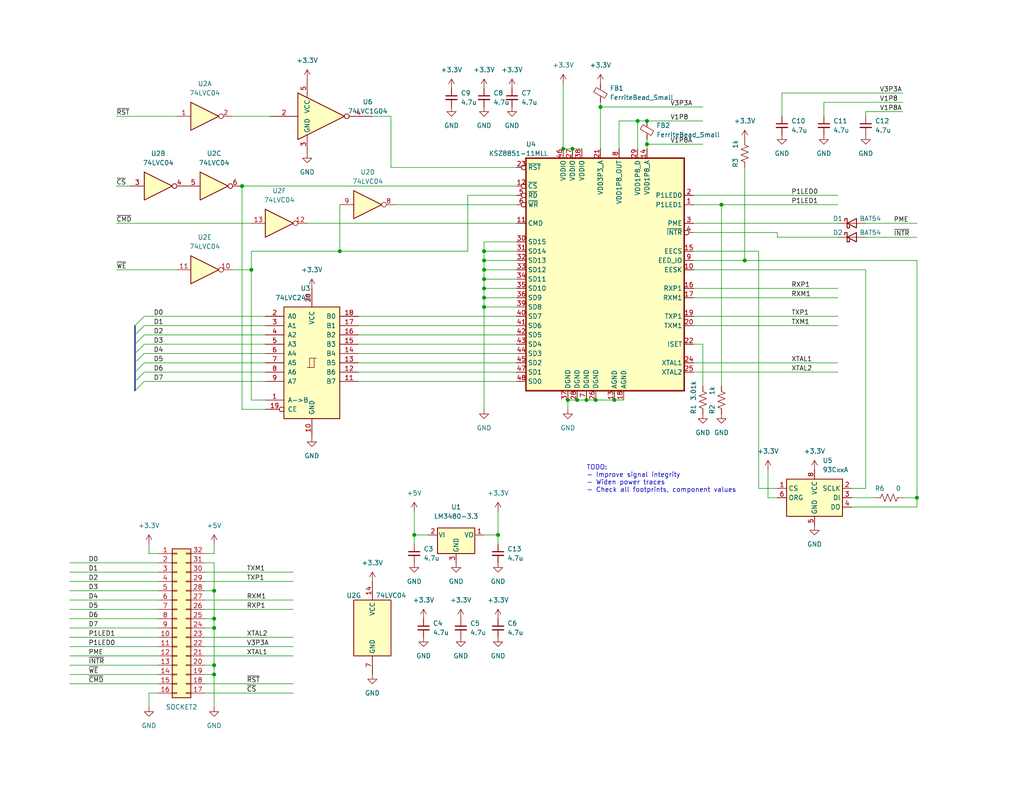
<source format=kicad_sch>
(kicad_sch (version 20230121) (generator eeschema)
  (paper "A")
  (title_block (title "A1 Codec Board"))
  (lib_symbols
    (symbol "+3.3V_1" (power) (pin_names (offset 0))
      (property "Value" "+3.3V_1" (at 0 3.556 0))
      (symbol "+3.3V_1_0_1"
        (polyline (pts (xy -0.762 1.27) (xy 0 2.54)))
        (polyline (pts (xy 0 0) (xy 0 2.54)))
        (polyline (pts (xy 0 2.54) (xy 0.762 1.27)))
      )
      (symbol "+3.3V_1_1_1"
        (pin power_in line (at 0 0 90) (length 0) hide (name "+3.3V") (number "1"))
      )
    )
    (symbol "74xGxx:74LVC1G04"
      (property "Reference" "U" (at 0 7.62 0))
      (property "Value" "74LVC1G04" (at 5.08 -7.62 0))
      (symbol "74LVC1G04_0_1"
        (polyline (pts (xy -7.62 6.35) (xy -7.62 -6.35) (xy 5.08 0) (xy -7.62 6.35)) (stroke (width 0.254)) (fill (type background)))
      )
      (symbol "74LVC1G04_1_1"
        (pin input line (at -15.24 0 0) (length 7.62) (name "~") (number "2"))
        (pin power_in line (at -5.08 -10.16 90) (length 5.08) (name "GND") (number "3"))
        (pin output inverted (at 12.7 0 180) (length 7.62) (name "~") (number "4"))
        (pin power_in line (at -5.08 10.16 270) (length 5.08) (name "VCC") (number "5"))
      )
    )
    (symbol "74xx:74LS04"
      (property "Reference" "U" (at 0 1.27 0))
      (property "Value" "74LS04" (at 0 -1.27 0))
      (symbol "74LS04_1_0"
        (polyline (pts (xy -3.81 3.81) (xy -3.81 -3.81) (xy 3.81 0) (xy -3.81 3.81)) (stroke (width 0.254)) (fill (type background)))
        (pin input line (at -7.62 0 0) (length 3.81) (name "~") (number "1"))
        (pin output inverted (at 7.62 0 180) (length 3.81) (name "~") (number "2"))
      )
      (symbol "74LS04_2_0"
        (polyline (pts (xy -3.81 3.81) (xy -3.81 -3.81) (xy 3.81 0) (xy -3.81 3.81)) (stroke (width 0.254)) (fill (type background)))
        (pin input line (at -7.62 0 0) (length 3.81) (name "~") (number "3"))
        (pin output inverted (at 7.62 0 180) (length 3.81) (name "~") (number "4"))
      )
      (symbol "74LS04_3_0"
        (polyline (pts (xy -3.81 3.81) (xy -3.81 -3.81) (xy 3.81 0) (xy -3.81 3.81)) (stroke (width 0.254)) (fill (type background)))
        (pin input line (at -7.62 0 0) (length 3.81) (name "~") (number "5"))
        (pin output inverted (at 7.62 0 180) (length 3.81) (name "~") (number "6"))
      )
      (symbol "74LS04_4_0"
        (polyline (pts (xy -3.81 3.81) (xy -3.81 -3.81) (xy 3.81 0) (xy -3.81 3.81)) (stroke (width 0.254)) (fill (type background)))
        (pin output inverted (at 7.62 0 180) (length 3.81) (name "~") (number "8"))
        (pin input line (at -7.62 0 0) (length 3.81) (name "~") (number "9"))
      )
      (symbol "74LS04_5_0"
        (polyline (pts (xy -3.81 3.81) (xy -3.81 -3.81) (xy 3.81 0) (xy -3.81 3.81)) (stroke (width 0.254)) (fill (type background)))
        (pin output inverted (at 7.62 0 180) (length 3.81) (name "~") (number "10"))
        (pin input line (at -7.62 0 0) (length 3.81) (name "~") (number "11"))
      )
      (symbol "74LS04_6_0"
        (polyline (pts (xy -3.81 3.81) (xy -3.81 -3.81) (xy 3.81 0) (xy -3.81 3.81)) (stroke (width 0.254)) (fill (type background)))
        (pin output inverted (at 7.62 0 180) (length 3.81) (name "~") (number "12"))
        (pin input line (at -7.62 0 0) (length 3.81) (name "~") (number "13"))
      )
      (symbol "74LS04_7_0"
        (pin power_in line (at 0 12.7 270) (length 5.08) (name "VCC") (number "14"))
        (pin power_in line (at 0 -12.7 90) (length 5.08) (name "GND") (number "7"))
      )
      (symbol "74LS04_7_1"
        (rectangle (start -5.08 7.62) (end 5.08 -7.62) (stroke (width 0.254)) (fill (type background)))
      )
    )
    (symbol "74xx:74LS245" (pin_names (offset 1.016))
      (property "Reference" "U" (at -7.62 16.51 0))
      (property "Value" "74LS245" (at -7.62 -16.51 0))
      (symbol "74LS245_1_0"
        (polyline (pts (xy -0.635 -1.27) (xy -0.635 1.27) (xy 0.635 1.27)))
        (polyline (pts (xy -1.27 -1.27) (xy 0.635 -1.27) (xy 0.635 1.27) (xy 1.27 1.27)))
        (pin input line (at -12.7 -10.16 0) (length 5.08) (name "A->B") (number "1"))
        (pin power_in line (at 0 -20.32 90) (length 5.08) (name "GND") (number "10"))
        (pin tri_state line (at 12.7 -5.08 180) (length 5.08) (name "B7") (number "11"))
        (pin tri_state line (at 12.7 -2.54 180) (length 5.08) (name "B6") (number "12"))
        (pin tri_state line (at 12.7 0 180) (length 5.08) (name "B5") (number "13"))
        (pin tri_state line (at 12.7 2.54 180) (length 5.08) (name "B4") (number "14"))
        (pin tri_state line (at 12.7 5.08 180) (length 5.08) (name "B3") (number "15"))
        (pin tri_state line (at 12.7 7.62 180) (length 5.08) (name "B2") (number "16"))
        (pin tri_state line (at 12.7 10.16 180) (length 5.08) (name "B1") (number "17"))
        (pin tri_state line (at 12.7 12.7 180) (length 5.08) (name "B0") (number "18"))
        (pin input inverted (at -12.7 -12.7 0) (length 5.08) (name "CE") (number "19"))
        (pin tri_state line (at -12.7 12.7 0) (length 5.08) (name "A0") (number "2"))
        (pin power_in line (at 0 20.32 270) (length 5.08) (name "VCC") (number "20"))
        (pin tri_state line (at -12.7 10.16 0) (length 5.08) (name "A1") (number "3"))
        (pin tri_state line (at -12.7 7.62 0) (length 5.08) (name "A2") (number "4"))
        (pin tri_state line (at -12.7 5.08 0) (length 5.08) (name "A3") (number "5"))
        (pin tri_state line (at -12.7 2.54 0) (length 5.08) (name "A4") (number "6"))
        (pin tri_state line (at -12.7 0 0) (length 5.08) (name "A5") (number "7"))
        (pin tri_state line (at -12.7 -2.54 0) (length 5.08) (name "A6") (number "8"))
        (pin tri_state line (at -12.7 -5.08 0) (length 5.08) (name "A7") (number "9"))
      )
      (symbol "74LS245_1_1"
        (rectangle (start -7.62 15.24) (end 7.62 -15.24) (stroke (width 0.254)) (fill (type background)))
      )
    )
    (symbol "Connector_Generic:Conn_02x16_Counter_Clockwise" (pin_names (offset 1.016) hide)
      (property "Reference" "J" (at 1.27 20.32 0))
      (property "Value" "Conn_02x16_Counter_Clockwise" (at 1.27 -22.86 0))
      (symbol "Conn_02x16_Counter_Clockwise_1_1"
        (rectangle (start -1.27 -20.193) (end 0 -20.447) (stroke (width 0.1524)))
        (rectangle (start -1.27 -17.653) (end 0 -17.907) (stroke (width 0.1524)))
        (rectangle (start -1.27 -15.113) (end 0 -15.367) (stroke (width 0.1524)))
        (rectangle (start -1.27 -12.573) (end 0 -12.827) (stroke (width 0.1524)))
        (rectangle (start -1.27 -10.033) (end 0 -10.287) (stroke (width 0.1524)))
        (rectangle (start -1.27 -7.493) (end 0 -7.747) (stroke (width 0.1524)))
        (rectangle (start -1.27 -4.953) (end 0 -5.207) (stroke (width 0.1524)))
        (rectangle (start -1.27 -2.413) (end 0 -2.667) (stroke (width 0.1524)))
        (rectangle (start -1.27 0.127) (end 0 -0.127) (stroke (width 0.1524)))
        (rectangle (start -1.27 2.667) (end 0 2.413) (stroke (width 0.1524)))
        (rectangle (start -1.27 5.207) (end 0 4.953) (stroke (width 0.1524)))
        (rectangle (start -1.27 7.747) (end 0 7.493) (stroke (width 0.1524)))
        (rectangle (start -1.27 10.287) (end 0 10.033) (stroke (width 0.1524)))
        (rectangle (start -1.27 12.827) (end 0 12.573) (stroke (width 0.1524)))
        (rectangle (start -1.27 15.367) (end 0 15.113) (stroke (width 0.1524)))
        (rectangle (start -1.27 17.907) (end 0 17.653) (stroke (width 0.1524)))
        (rectangle (start -1.27 19.05) (end 3.81 -21.59) (stroke (width 0.254)) (fill (type background)))
        (rectangle (start 3.81 -20.193) (end 2.54 -20.447) (stroke (width 0.1524)))
        (rectangle (start 3.81 -17.653) (end 2.54 -17.907) (stroke (width 0.1524)))
        (rectangle (start 3.81 -15.113) (end 2.54 -15.367) (stroke (width 0.1524)))
        (rectangle (start 3.81 -12.573) (end 2.54 -12.827) (stroke (width 0.1524)))
        (rectangle (start 3.81 -10.033) (end 2.54 -10.287) (stroke (width 0.1524)))
        (rectangle (start 3.81 -7.493) (end 2.54 -7.747) (stroke (width 0.1524)))
        (rectangle (start 3.81 -4.953) (end 2.54 -5.207) (stroke (width 0.1524)))
        (rectangle (start 3.81 -2.413) (end 2.54 -2.667) (stroke (width 0.1524)))
        (rectangle (start 3.81 0.127) (end 2.54 -0.127) (stroke (width 0.1524)))
        (rectangle (start 3.81 2.667) (end 2.54 2.413) (stroke (width 0.1524)))
        (rectangle (start 3.81 5.207) (end 2.54 4.953) (stroke (width 0.1524)))
        (rectangle (start 3.81 7.747) (end 2.54 7.493) (stroke (width 0.1524)))
        (rectangle (start 3.81 10.287) (end 2.54 10.033) (stroke (width 0.1524)))
        (rectangle (start 3.81 12.827) (end 2.54 12.573) (stroke (width 0.1524)))
        (rectangle (start 3.81 15.367) (end 2.54 15.113) (stroke (width 0.1524)))
        (rectangle (start 3.81 17.907) (end 2.54 17.653) (stroke (width 0.1524)))
        (pin passive line (at -5.08 17.78 0) (length 3.81) (name "Pin_1") (number "1"))
        (pin passive line (at -5.08 -5.08 0) (length 3.81) (name "Pin_10") (number "10"))
        (pin passive line (at -5.08 -7.62 0) (length 3.81) (name "Pin_11") (number "11"))
        (pin passive line (at -5.08 -10.16 0) (length 3.81) (name "Pin_12") (number "12"))
        (pin passive line (at -5.08 -12.7 0) (length 3.81) (name "Pin_13") (number "13"))
        (pin passive line (at -5.08 -15.24 0) (length 3.81) (name "Pin_14") (number "14"))
        (pin passive line (at -5.08 -17.78 0) (length 3.81) (name "Pin_15") (number "15"))
        (pin passive line (at -5.08 -20.32 0) (length 3.81) (name "Pin_16") (number "16"))
        (pin passive line (at 7.62 -20.32 180) (length 3.81) (name "Pin_17") (number "17"))
        (pin passive line (at 7.62 -17.78 180) (length 3.81) (name "Pin_18") (number "18"))
        (pin passive line (at 7.62 -15.24 180) (length 3.81) (name "Pin_19") (number "19"))
        (pin passive line (at -5.08 15.24 0) (length 3.81) (name "Pin_2") (number "2"))
        (pin passive line (at 7.62 -12.7 180) (length 3.81) (name "Pin_20") (number "20"))
        (pin passive line (at 7.62 -10.16 180) (length 3.81) (name "Pin_21") (number "21"))
        (pin passive line (at 7.62 -7.62 180) (length 3.81) (name "Pin_22") (number "22"))
        (pin passive line (at 7.62 -5.08 180) (length 3.81) (name "Pin_23") (number "23"))
        (pin passive line (at 7.62 -2.54 180) (length 3.81) (name "Pin_24") (number "24"))
        (pin passive line (at 7.62 0 180) (length 3.81) (name "Pin_25") (number "25"))
        (pin passive line (at 7.62 2.54 180) (length 3.81) (name "Pin_26") (number "26"))
        (pin passive line (at 7.62 5.08 180) (length 3.81) (name "Pin_27") (number "27"))
        (pin passive line (at 7.62 7.62 180) (length 3.81) (name "Pin_28") (number "28"))
        (pin passive line (at 7.62 10.16 180) (length 3.81) (name "Pin_29") (number "29"))
        (pin passive line (at -5.08 12.7 0) (length 3.81) (name "Pin_3") (number "3"))
        (pin passive line (at 7.62 12.7 180) (length 3.81) (name "Pin_30") (number "30"))
        (pin passive line (at 7.62 15.24 180) (length 3.81) (name "Pin_31") (number "31"))
        (pin passive line (at 7.62 17.78 180) (length 3.81) (name "Pin_32") (number "32"))
        (pin passive line (at -5.08 10.16 0) (length 3.81) (name "Pin_4") (number "4"))
        (pin passive line (at -5.08 7.62 0) (length 3.81) (name "Pin_5") (number "5"))
        (pin passive line (at -5.08 5.08 0) (length 3.81) (name "Pin_6") (number "6"))
        (pin passive line (at -5.08 2.54 0) (length 3.81) (name "Pin_7") (number "7"))
        (pin passive line (at -5.08 0 0) (length 3.81) (name "Pin_8") (number "8"))
        (pin passive line (at -5.08 -2.54 0) (length 3.81) (name "Pin_9") (number "9"))
      )
    )
    (symbol "Device:C_Small" (pin_numbers hide) (pin_names (offset 0.254) hide)
      (property "Reference" "C" (at 0.254 1.778 0))
      (property "Value" "C_Small" (at 0.254 -2.032 0))
      (symbol "C_Small_0_1"
        (polyline (pts (xy -1.524 -0.508) (xy 1.524 -0.508)) (stroke (width 0.3302)))
        (polyline (pts (xy -1.524 0.508) (xy 1.524 0.508)) (stroke (width 0.3048)))
      )
      (symbol "C_Small_1_1"
        (pin passive line (at 0 2.54 270) (length 2.032) (name "~") (number "1"))
        (pin passive line (at 0 -2.54 90) (length 2.032) (name "~") (number "2"))
      )
    )
    (symbol "Device:FerriteBead_Small" (pin_numbers hide) (pin_names (offset 0))
      (property "Reference" "FB" (at 1.905 1.27 0))
      (property "Value" "FerriteBead_Small" (at 1.905 -1.27 0))
      (symbol "FerriteBead_Small_0_1"
        (polyline (pts (xy 0 -1.27) (xy 0 -0.7874)))
        (polyline (pts (xy 0 0.889) (xy 0 1.2954)))
        (polyline (pts (xy -1.8288 0.2794) (xy -1.1176 1.4986) (xy 1.8288 -0.2032) (xy 1.1176 -1.4224) (xy -1.8288 0.2794)))
      )
      (symbol "FerriteBead_Small_1_1"
        (pin passive line (at 0 2.54 270) (length 1.27) (name "~") (number "1"))
        (pin passive line (at 0 -2.54 90) (length 1.27) (name "~") (number "2"))
      )
    )
    (symbol "Device:R_US" (pin_numbers hide) (pin_names (offset 0))
      (property "Reference" "R" (at 2.54 0 90))
      (property "Value" "R_US" (at -2.54 0 90))
      (symbol "R_US_0_1"
        (polyline (pts (xy 0 -2.286) (xy 0 -2.54)))
        (polyline (pts (xy 0 2.286) (xy 0 2.54)))
        (polyline (pts (xy 0 -0.762) (xy 1.016 -1.143) (xy 0 -1.524) (xy -1.016 -1.905) (xy 0 -2.286)))
        (polyline (pts (xy 0 0.762) (xy 1.016 0.381) (xy 0 0) (xy -1.016 -0.381) (xy 0 -0.762)))
        (polyline (pts (xy 0 2.286) (xy 1.016 1.905) (xy 0 1.524) (xy -1.016 1.143) (xy 0 0.762)))
      )
      (symbol "R_US_1_1"
        (pin passive line (at 0 3.81 270) (length 1.27) (name "~") (number "1"))
        (pin passive line (at 0 -3.81 90) (length 1.27) (name "~") (number "2"))
      )
    )
    (symbol "Memory_EEPROM:93CxxC"
      (property "Reference" "U" (at -7.62 6.35 0))
      (property "Value" "93CxxC" (at 2.54 -6.35 0))
      (symbol "93CxxC_1_1"
        (rectangle (start -7.62 5.08) (end 7.62 -5.08) (stroke (width 0.254)) (fill (type background)))
        (pin input line (at -10.16 2.54 0) (length 2.54) (name "CS") (number "1"))
        (pin input line (at 10.16 2.54 180) (length 2.54) (name "SCLK") (number "2"))
        (pin input line (at 10.16 0 180) (length 2.54) (name "DI") (number "3"))
        (pin tri_state line (at 10.16 -2.54 180) (length 2.54) (name "DO") (number "4"))
        (pin power_in line (at 0 -7.62 90) (length 2.54) (name "GND") (number "5"))
        (pin input line (at -10.16 0 0) (length 2.54) (name "ORG") (number "6"))
        (pin no_connect line (at -7.62 -2.54 0) (length 2.54) hide (name "NC") (number "7"))
        (pin power_in line (at 0 7.62 270) (length 2.54) (name "VCC") (number "8"))
      )
    )
    (symbol "Regulator_Linear:LM3480-3.3" (pin_names (offset 0.254))
      (property "Reference" "U" (at -3.81 3.175 0))
      (property "Value" "LM3480-3.3" (at 0 3.175 0))
      (symbol "LM3480-3.3_0_1"
        (rectangle (start -5.08 1.905) (end 5.08 -5.08) (stroke (width 0.254)) (fill (type background)))
      )
      (symbol "LM3480-3.3_1_1"
        (pin power_out line (at 7.62 0 180) (length 2.54) (name "VO") (number "1"))
        (pin power_in line (at -7.62 0 0) (length 2.54) (name "VI") (number "2"))
        (pin power_in line (at 0 -7.62 90) (length 2.54) (name "GND") (number "3"))
      )
    )
    (symbol "anachron:BAT54" (pin_numbers hide) (pin_names hide)
      (property "Reference" "D" (at 0 2.54 0))
      (property "Value" "BAT54" (at 0 -2.54 0))
      (symbol "BAT54_0_1"
        (polyline (pts (xy 1.27 0) (xy -1.27 0)))
        (polyline (pts (xy 1.27 1.27) (xy 1.27 -1.27) (xy -1.27 0) (xy 1.27 1.27)) (stroke (width 0.254)))
        (polyline (pts (xy -1.905 0.635) (xy -1.905 1.27) (xy -1.27 1.27) (xy -1.27 -1.27) (xy -0.635 -1.27) (xy -0.635 -0.635)) (stroke (width 0.254)))
      )
      (symbol "BAT54_1_1"
        (pin passive line (at 3.81 0 180) (length 2.54) (name "A") (number "1"))
        (pin passive line (at -3.81 0 0) (length 2.54) (name "K") (number "3"))
      )
    )
    (symbol "anachron:KSZ8851-16MLL"
      (property "Reference" "U" (at -11.43 21.59 0))
      (property "Value" "KSZ8851-11MLL" (at -12.7 19.05 0))
      (symbol "KSZ8851-16MLL_0_0"
        (rectangle (start -11.43 17.78) (end 31.75 -45.72) (stroke (width 0.41)) (fill (type background)))
        (pin bidirectional line (at 34.29 5.08 180) (length 2.54) (name "P1LED1") (number "1"))
        (pin output line (at 34.29 -12.7 180) (length 2.54) (name "EESK") (number "10"))
        (pin input line (at -13.97 0 0) (length 2.54) (name "CMD") (number "11"))
        (pin input inverted (at -13.97 10.16 0) (length 2.54) (name "~{CS}") (number "12"))
        (pin power_in line (at 12.7 -48.26 90) (length 2.54) (name "AGND") (number "13"))
        (pin power_in line (at 21.59 20.32 270) (length 2.54) (name "VDD1P8_A") (number "14"))
        (pin output line (at 34.29 -7.62 180) (length 2.54) (name "EECS") (number "15"))
        (pin bidirectional line (at 34.29 -17.78 180) (length 2.54) (name "RXP1") (number "16"))
        (pin bidirectional line (at 34.29 -20.32 180) (length 2.54) (name "RXM1") (number "17"))
        (pin power_in line (at 15.24 -48.26 90) (length 2.54) (name "AGND") (number "18"))
        (pin bidirectional line (at 34.29 -25.4 180) (length 2.54) (name "TXP1") (number "19"))
        (pin output line (at 34.29 7.62 180) (length 2.54) (name "P1LED0") (number "2"))
        (pin bidirectional line (at 34.29 -27.94 180) (length 2.54) (name "TXM1") (number "20"))
        (pin power_out line (at 8.89 20.32 270) (length 2.54) (name "VDD3P3_A") (number "21"))
        (pin passive line (at 34.29 -33.02 180) (length 2.54) (name "ISET") (number "22"))
        (pin input inverted (at -13.97 15.24 0) (length 2.54) (name "~{RST}") (number "23"))
        (pin input line (at 34.29 -38.1 180) (length 2.54) (name "XTAL1") (number "24"))
        (pin output line (at 34.29 -40.64 180) (length 2.54) (name "XTAL2") (number "25"))
        (pin power_in line (at 7.62 -48.26 90) (length 2.54) (name "DGND") (number "26"))
        (pin open_collector line (at 1.27 20.32 270) (length 2.54) (name "VDDIO") (number "27"))
        (pin power_in line (at 2.54 -48.26 90) (length 2.54) (name "DGND") (number "28"))
        (pin power_in line (at 19.05 20.32 270) (length 2.54) (name "VDD1P8_D") (number "29"))
        (pin output line (at 34.29 0 180) (length 2.54) (name "PME") (number "3"))
        (pin bidirectional line (at -13.97 -5.08 0) (length 2.54) (name "SD15") (number "30"))
        (pin bidirectional line (at -13.97 -7.62 0) (length 2.54) (name "SD14") (number "31"))
        (pin bidirectional line (at -13.97 -10.16 0) (length 2.54) (name "SD13") (number "32"))
        (pin bidirectional line (at -13.97 -12.7 0) (length 2.54) (name "SD12") (number "33"))
        (pin bidirectional line (at -13.97 -15.24 0) (length 2.54) (name "SD11") (number "34"))
        (pin bidirectional line (at -13.97 -17.78 0) (length 2.54) (name "SD10") (number "35"))
        (pin bidirectional line (at -13.97 -20.32 0) (length 2.54) (name "SD9") (number "36"))
        (pin power_in line (at 0 -48.26 90) (length 2.54) (name "DGND") (number "37"))
        (pin power_in line (at 3.81 20.32 270) (length 2.54) (name "VDDIO") (number "38"))
        (pin bidirectional line (at -13.97 -22.86 0) (length 2.54) (name "SD8") (number "39"))
        (pin output inverted (at 34.29 -2.54 180) (length 2.54) (name "~{INTR}") (number "4"))
        (pin bidirectional line (at -13.97 -25.4 0) (length 2.54) (name "SD7") (number "40"))
        (pin bidirectional line (at -13.97 -27.94 0) (length 2.54) (name "SD6") (number "41"))
        (pin bidirectional line (at -13.97 -30.48 0) (length 2.54) (name "SD5") (number "42"))
        (pin bidirectional line (at -13.97 -33.02 0) (length 2.54) (name "SD4") (number "43"))
        (pin bidirectional line (at -13.97 -35.56 0) (length 2.54) (name "SD3") (number "44"))
        (pin bidirectional line (at -13.97 -38.1 0) (length 2.54) (name "SD2") (number "45"))
        (pin power_in line (at -1.27 20.32 270) (length 2.54) (name "VDDIO") (number "46"))
        (pin bidirectional line (at -13.97 -40.64 0) (length 2.54) (name "SD1") (number "47"))
        (pin bidirectional line (at -13.97 -43.18 0) (length 2.54) (name "SD0") (number "48"))
        (pin input inverted (at -13.97 7.62 0) (length 2.54) (name "~{RD}") (number "5"))
        (pin input inverted (at -13.97 5.08 0) (length 2.54) (name "~{WR}") (number "6"))
        (pin power_in line (at 5.08 -48.26 90) (length 2.54) (name "DGND") (number "7"))
        (pin power_out line (at 13.97 20.32 270) (length 2.54) (name "VDD1P8_OUT") (number "8"))
        (pin bidirectional line (at 34.29 -10.16 180) (length 2.54) (name "EED_IO") (number "9"))
      )
    )
    (symbol "power:+5V" (power) (pin_names (offset 0))
      (property "Value" "+5V" (at 0 3.556 0))
      (symbol "+5V_0_1"
        (polyline (pts (xy -0.762 1.27) (xy 0 2.54)))
        (polyline (pts (xy 0 0) (xy 0 2.54)))
        (polyline (pts (xy 0 2.54) (xy 0.762 1.27)))
      )
      (symbol "+5V_1_1"
        (pin power_in line (at 0 0 90) (length 0) hide (name "+5V") (number "1"))
      )
    )
    (symbol "power:GND" (power) (pin_names (offset 0))
      (property "Value" "GND" (at 0 -3.81 0))
      (symbol "GND_0_1"
        (polyline (pts (xy 0 0) (xy 0 -1.27) (xy 1.27 -1.27) (xy 0 -2.54) (xy -1.27 -1.27) (xy 0 -1.27)))
      )
      (symbol "GND_1_1"
        (pin power_in line (at 0 0 270) (length 0) hide (name "GND") (number "1"))
      )
    )
  )
  (junction (at 176.53 39.37))
  (junction (at 153.67 40.64))
  (junction (at 58.42 181.61))
  (junction (at 132.08 71.12))
  (junction (at 58.42 184.15))
  (junction (at 156.21 40.64))
  (junction (at 132.08 78.74))
  (junction (at 162.56 109.22))
  (junction (at 176.53 33.02))
  (junction (at 132.08 83.82))
  (junction (at 92.71 68.58))
  (junction (at 58.42 161.29))
  (junction (at 113.03 146.05))
  (junction (at 132.08 81.28))
  (junction (at 58.42 168.91))
  (junction (at 196.85 55.88))
  (junction (at 167.64 109.22))
  (junction (at 58.42 171.45))
  (junction (at 250.19 135.89))
  (junction (at 157.48 109.22))
  (junction (at 135.89 146.05))
  (junction (at 132.08 68.58))
  (junction (at 66.04 50.8))
  (junction (at 160.02 109.22))
  (junction (at 154.94 109.22))
  (junction (at 132.08 76.2))
  (junction (at 68.58 73.66))
  (junction (at 163.83 29.21))
  (junction (at 132.08 73.66))
  (junction (at 203.2 71.12))
  (junction (at 173.99 33.02))
  (bus_entry (at 36.83 101.6) (size 2.54 -2.54))
  (bus_entry (at 36.83 96.52) (size 2.54 -2.54))
  (bus_entry (at 36.83 88.9) (size 2.54 -2.54))
  (bus_entry (at 36.83 91.44) (size 2.54 -2.54))
  (bus_entry (at 36.83 106.68) (size 2.54 -2.54))
  (bus_entry (at 36.83 99.06) (size 2.54 -2.54))
  (bus_entry (at 36.83 93.98) (size 2.54 -2.54))
  (bus_entry (at 36.83 104.14) (size 2.54 -2.54))
  (wire (pts (xy 132.08 83.82) (xy 140.97 83.82)))
  (wire (pts (xy 167.64 109.22) (xy 170.18 109.22)))
  (wire (pts (xy 31.75 31.75) (xy 48.26 31.75)))
  (wire (pts (xy 250.19 135.89) (xy 250.19 71.12)))
  (wire (pts (xy 173.99 33.02) (xy 176.53 33.02)))
  (wire (pts (xy 43.18 176.53) (xy 19.05 176.53)))
  (wire (pts (xy 97.79 101.6) (xy 140.97 101.6)))
  (wire (pts (xy 55.88 161.29) (xy 58.42 161.29)))
  (wire (pts (xy 39.37 93.98) (xy 72.39 93.98)))
  (wire (pts (xy 43.18 186.69) (xy 19.05 186.69)))
  (wire (pts (xy 97.79 93.98) (xy 140.97 93.98)))
  (wire (pts (xy 40.64 151.13) (xy 43.18 151.13)))
  (bus (pts (xy 36.83 91.44) (xy 36.83 93.98)))
  (wire (pts (xy 31.75 73.66) (xy 48.26 73.66)))
  (wire (pts (xy 236.22 60.96) (xy 250.19 60.96)))
  (wire (pts (xy 19.05 173.99) (xy 43.18 173.99)))
  (wire (pts (xy 173.99 33.02) (xy 173.99 40.64)))
  (wire (pts (xy 213.36 31.75) (xy 213.36 25.4)))
  (bus (pts (xy 36.83 88.9) (xy 36.83 91.44)))
  (wire (pts (xy 39.37 104.14) (xy 72.39 104.14)))
  (wire (pts (xy 132.08 68.58) (xy 132.08 71.12)))
  (wire (pts (xy 135.89 146.05) (xy 135.89 148.59)))
  (wire (pts (xy 43.18 153.67) (xy 19.05 153.67)))
  (wire (pts (xy 250.19 71.12) (xy 203.2 71.12)))
  (wire (pts (xy 80.01 158.75) (xy 55.88 158.75)))
  (wire (pts (xy 212.09 64.77) (xy 212.09 63.5)))
  (bus (pts (xy 36.83 104.14) (xy 36.83 106.68)))
  (wire (pts (xy 127.635 68.58) (xy 127.635 53.34)))
  (wire (pts (xy 97.79 99.06) (xy 140.97 99.06)))
  (wire (pts (xy 66.04 111.76) (xy 66.04 50.8)))
  (wire (pts (xy 153.67 22.86) (xy 153.67 40.64)))
  (wire (pts (xy 246.38 135.89) (xy 250.19 135.89)))
  (wire (pts (xy 63.5 73.66) (xy 68.58 73.66)))
  (wire (pts (xy 116.84 146.05) (xy 113.03 146.05)))
  (wire (pts (xy 58.42 161.29) (xy 58.42 168.91)))
  (wire (pts (xy 236.22 73.66) (xy 236.22 133.35)))
  (wire (pts (xy 58.42 184.15) (xy 58.42 193.04)))
  (wire (pts (xy 163.83 29.21) (xy 163.83 40.64)))
  (wire (pts (xy 40.64 189.23) (xy 40.64 193.04)))
  (wire (pts (xy 132.08 76.2) (xy 132.08 78.74)))
  (wire (pts (xy 250.19 138.43) (xy 250.19 135.89)))
  (bus (pts (xy 36.83 99.06) (xy 36.83 101.6)))
  (wire (pts (xy 132.08 66.04) (xy 132.08 68.58)))
  (wire (pts (xy 209.55 128.27) (xy 209.55 135.89)))
  (wire (pts (xy 168.91 33.02) (xy 173.99 33.02)))
  (wire (pts (xy 68.58 68.58) (xy 68.58 73.66)))
  (wire (pts (xy 189.23 99.06) (xy 228.6 99.06)))
  (wire (pts (xy 39.37 88.9) (xy 72.39 88.9)))
  (wire (pts (xy 207.01 133.35) (xy 212.09 133.35)))
  (wire (pts (xy 72.39 109.22) (xy 68.58 109.22)))
  (wire (pts (xy 132.08 146.05) (xy 135.89 146.05)))
  (wire (pts (xy 97.79 91.44) (xy 140.97 91.44)))
  (wire (pts (xy 228.6 55.88) (xy 196.85 55.88)))
  (wire (pts (xy 113.03 139.7) (xy 113.03 146.05)))
  (wire (pts (xy 135.89 139.7) (xy 135.89 146.05)))
  (wire (pts (xy 236.22 31.75) (xy 236.22 30.48)))
  (wire (pts (xy 58.42 148.59) (xy 58.42 151.13)))
  (wire (pts (xy 132.08 71.12) (xy 140.97 71.12)))
  (wire (pts (xy 132.08 81.28) (xy 140.97 81.28)))
  (wire (pts (xy 212.09 63.5) (xy 189.23 63.5)))
  (wire (pts (xy 39.37 91.44) (xy 72.39 91.44)))
  (wire (pts (xy 176.53 39.37) (xy 176.53 40.64)))
  (wire (pts (xy 66.04 50.8) (xy 140.97 50.8)))
  (bus (pts (xy 36.83 101.6) (xy 36.83 104.14)))
  (wire (pts (xy 58.42 153.67) (xy 58.42 161.29)))
  (wire (pts (xy 154.94 109.22) (xy 157.48 109.22)))
  (wire (pts (xy 176.53 33.02) (xy 191.77 33.02)))
  (wire (pts (xy 72.39 111.76) (xy 66.04 111.76)))
  (wire (pts (xy 189.23 53.34) (xy 228.6 53.34)))
  (wire (pts (xy 189.23 60.96) (xy 228.6 60.96)))
  (wire (pts (xy 68.58 109.22) (xy 68.58 73.66)))
  (wire (pts (xy 58.42 151.13) (xy 55.88 151.13)))
  (wire (pts (xy 97.79 104.14) (xy 140.97 104.14)))
  (wire (pts (xy 43.18 156.21) (xy 19.05 156.21)))
  (wire (pts (xy 213.36 25.4) (xy 246.38 25.4)))
  (wire (pts (xy 207.01 68.58) (xy 207.01 133.35)))
  (wire (pts (xy 92.71 55.88) (xy 92.71 68.58)))
  (wire (pts (xy 132.08 73.66) (xy 140.97 73.66)))
  (wire (pts (xy 232.41 138.43) (xy 250.19 138.43)))
  (wire (pts (xy 189.23 81.28) (xy 228.6 81.28)))
  (wire (pts (xy 43.18 163.83) (xy 19.05 163.83)))
  (wire (pts (xy 132.08 78.74) (xy 132.08 81.28)))
  (wire (pts (xy 232.41 135.89) (xy 238.76 135.89)))
  (wire (pts (xy 40.64 148.59) (xy 40.64 151.13)))
  (wire (pts (xy 140.97 68.58) (xy 132.08 68.58)))
  (wire (pts (xy 43.18 171.45) (xy 19.05 171.45)))
  (wire (pts (xy 153.67 40.64) (xy 156.21 40.64)))
  (wire (pts (xy 39.37 99.06) (xy 72.39 99.06)))
  (wire (pts (xy 196.85 55.88) (xy 196.85 105.41)))
  (wire (pts (xy 19.05 158.75) (xy 43.18 158.75)))
  (wire (pts (xy 55.88 168.91) (xy 58.42 168.91)))
  (wire (pts (xy 19.05 161.29) (xy 43.18 161.29)))
  (wire (pts (xy 101.6 31.75) (xy 106.68 31.75)))
  (wire (pts (xy 80.01 166.37) (xy 55.88 166.37)))
  (wire (pts (xy 132.08 78.74) (xy 140.97 78.74)))
  (wire (pts (xy 212.09 135.89) (xy 209.55 135.89)))
  (wire (pts (xy 132.08 76.2) (xy 140.97 76.2)))
  (wire (pts (xy 224.79 27.94) (xy 246.38 27.94)))
  (wire (pts (xy 113.03 146.05) (xy 113.03 148.59)))
  (wire (pts (xy 236.22 133.35) (xy 232.41 133.35)))
  (wire (pts (xy 236.22 30.48) (xy 246.38 30.48)))
  (wire (pts (xy 132.08 83.82) (xy 132.08 111.76)))
  (wire (pts (xy 80.01 176.53) (xy 55.88 176.53)))
  (wire (pts (xy 191.77 93.98) (xy 189.23 93.98)))
  (wire (pts (xy 31.75 50.8) (xy 35.56 50.8)))
  (wire (pts (xy 55.88 171.45) (xy 58.42 171.45)))
  (wire (pts (xy 154.94 111.76) (xy 154.94 109.22)))
  (wire (pts (xy 132.08 73.66) (xy 132.08 76.2)))
  (wire (pts (xy 162.56 109.22) (xy 167.64 109.22)))
  (wire (pts (xy 189.23 101.6) (xy 228.6 101.6)))
  (wire (pts (xy 189.23 88.9) (xy 228.6 88.9)))
  (wire (pts (xy 189.23 78.74) (xy 228.6 78.74)))
  (wire (pts (xy 160.02 109.22) (xy 162.56 109.22)))
  (wire (pts (xy 168.91 40.64) (xy 168.91 33.02)))
  (wire (pts (xy 58.42 181.61) (xy 58.42 184.15)))
  (wire (pts (xy 39.37 96.52) (xy 72.39 96.52)))
  (wire (pts (xy 127.635 53.34) (xy 140.97 53.34)))
  (wire (pts (xy 80.01 156.21) (xy 55.88 156.21)))
  (wire (pts (xy 189.23 55.88) (xy 196.85 55.88)))
  (wire (pts (xy 58.42 171.45) (xy 58.42 181.61)))
  (wire (pts (xy 97.79 96.52) (xy 140.97 96.52)))
  (wire (pts (xy 39.37 86.36) (xy 72.39 86.36)))
  (wire (pts (xy 189.23 73.66) (xy 236.22 73.66)))
  (wire (pts (xy 191.77 105.41) (xy 191.77 93.98)))
  (wire (pts (xy 163.83 29.21) (xy 191.77 29.21)))
  (wire (pts (xy 43.18 179.07) (xy 19.05 179.07)))
  (wire (pts (xy 106.68 31.75) (xy 106.68 45.72)))
  (wire (pts (xy 80.01 179.07) (xy 55.88 179.07)))
  (wire (pts (xy 132.08 81.28) (xy 132.08 83.82)))
  (wire (pts (xy 80.01 189.23) (xy 55.88 189.23)))
  (wire (pts (xy 132.08 71.12) (xy 132.08 73.66)))
  (wire (pts (xy 31.75 60.96) (xy 68.58 60.96)))
  (wire (pts (xy 83.82 60.96) (xy 140.97 60.96)))
  (wire (pts (xy 176.53 39.37) (xy 191.77 39.37)))
  (wire (pts (xy 43.18 189.23) (xy 40.64 189.23)))
  (wire (pts (xy 97.79 88.9) (xy 140.97 88.9)))
  (bus (pts (xy 36.83 93.98) (xy 36.83 96.52)))
  (wire (pts (xy 228.6 64.77) (xy 212.09 64.77)))
  (wire (pts (xy 107.95 55.88) (xy 140.97 55.88)))
  (wire (pts (xy 189.23 68.58) (xy 207.01 68.58)))
  (wire (pts (xy 236.22 64.77) (xy 250.19 64.77)))
  (wire (pts (xy 203.2 71.12) (xy 189.23 71.12)))
  (wire (pts (xy 58.42 168.91) (xy 58.42 171.45)))
  (wire (pts (xy 203.2 45.72) (xy 203.2 71.12)))
  (wire (pts (xy 58.42 184.15) (xy 55.88 184.15)))
  (wire (pts (xy 156.21 40.64) (xy 158.75 40.64)))
  (wire (pts (xy 92.71 68.58) (xy 127.635 68.58)))
  (wire (pts (xy 39.37 101.6) (xy 72.39 101.6)))
  (wire (pts (xy 68.58 68.58) (xy 92.71 68.58)))
  (wire (pts (xy 189.23 86.36) (xy 228.6 86.36)))
  (wire (pts (xy 55.88 173.99) (xy 80.01 173.99)))
  (bus (pts (xy 36.83 96.52) (xy 36.83 99.06)))
  (wire (pts (xy 43.18 184.15) (xy 19.05 184.15)))
  (wire (pts (xy 58.42 181.61) (xy 55.88 181.61)))
  (wire (pts (xy 55.88 153.67) (xy 58.42 153.67)))
  (wire (pts (xy 43.18 181.61) (xy 19.05 181.61)))
  (wire (pts (xy 43.18 168.91) (xy 19.05 168.91)))
  (wire (pts (xy 163.83 27.94) (xy 163.83 29.21)))
  (wire (pts (xy 80.01 186.69) (xy 55.88 186.69)))
  (wire (pts (xy 97.79 86.36) (xy 140.97 86.36)))
  (wire (pts (xy 224.79 31.75) (xy 224.79 27.94)))
  (wire (pts (xy 140.97 66.04) (xy 132.08 66.04)))
  (wire (pts (xy 140.97 45.72) (xy 106.68 45.72)))
  (wire (pts (xy 55.88 163.83) (xy 80.01 163.83)))
  (wire (pts (xy 43.18 166.37) (xy 19.05 166.37)))
  (wire (pts (xy 176.53 38.1) (xy 176.53 39.37)))
  (wire (pts (xy 63.5 31.75) (xy 73.66 31.75)))
  (wire (pts (xy 157.48 109.22) (xy 160.02 109.22)))
  (text "TODO:\n- Improve signal integrity\n- Widen power traces\n- Check all footprints, component values" (at 160.02 134.62 0) (effects (font (size 1.27 1.27)) (justify left bottom)))
  (label "~{RST}" (at 31.75 31.75 0))
  (label "XTAL1" (at 215.9 99.06 0))
  (label "~{WE}" (at 24.13 184.15 0))
  (label "~{WE}" (at 31.75 73.66 0))
  (label "D1" (at 41.91 88.9 0))
  (label "TXM1" (at 215.9 88.9 0))
  (label "V1P8A" (at 240.03 30.48 0))
  (label "D7" (at 41.91 104.14 0))
  (label "D3" (at 41.91 93.98 0))
  (label "~{RST}" (at 67.31 186.69 0))
  (label "XTAL2" (at 215.9 101.6 0))
  (label "D0" (at 24.13 153.67 0))
  (label "~{CS}" (at 31.75 50.8 0))
  (label "RXP1" (at 215.9 78.74 0))
  (label "V3P3A" (at 240.03 25.4 0))
  (label "XTAL2" (at 67.31 173.99 0))
  (label "D3" (at 24.13 161.29 0))
  (label "D2" (at 41.91 91.44 0))
  (label "D7" (at 24.13 171.45 0))
  (label "~{CS}" (at 67.31 189.23 0))
  (label "D4" (at 41.91 96.52 0))
  (label "V3P3A" (at 67.31 176.53 0))
  (label "D6" (at 41.91 101.6 0))
  (label "V1P8" (at 182.88 33.02 0))
  (label "V1P8" (at 240.03 27.94 0))
  (label "D1" (at 24.13 156.21 0))
  (label "TXP1" (at 215.9 86.36 0))
  (label "D4" (at 24.13 163.83 0))
  (label "~{CMD}" (at 24.13 186.69 0))
  (label "P1LED0" (at 215.9 53.34 0))
  (label "D5" (at 41.91 99.06 0))
  (label "D2" (at 24.13 158.75 0))
  (label "~{CMD}" (at 31.75 60.96 0))
  (label "V3P3A" (at 182.88 29.21 0))
  (label "P1LED0" (at 24.13 176.53 0))
  (label "PME" (at 24.13 179.07 0))
  (label "RXM1" (at 215.9 81.28 0))
  (label "XTAL1" (at 67.31 179.07 0))
  (label "D0" (at 41.91 86.36 0))
  (label "P1LED1" (at 24.13 173.99 0))
  (label "RXP1" (at 67.31 166.37 0))
  (label "D6" (at 24.13 168.91 0))
  (label "D5" (at 24.13 166.37 0))
  (label "RXM1" (at 67.31 163.83 0))
  (label "~{INTR}" (at 24.13 181.61 0))
  (label "P1LED1" (at 215.9 55.88 0))
  (label "TXM1" (at 67.31 156.21 0))
  (label "~{INTR}" (at 243.84 64.77 0))
  (label "TXP1" (at 67.31 158.75 0))
  (label "V1P8A" (at 182.88 39.37 0))
  (label "PME" (at 243.84 60.96 0))
  (symbol (lib_name "+3.3V_1") (lib_id "power:+3.3V") (at 125.73 168.91 0) (unit 1)
    (property "Reference" "#PWR027" (effects hide))
    (property "Value" "+3.3V" (at 125.73 163.83 0))
  )
  (symbol (lib_id "power:GND") (at 135.89 173.99 0) (unit 1)
    (property "Reference" "#PWR030" (effects hide))
    (property "Value" "GND" (at 135.89 179.07 0))
  )
  (symbol (lib_id "Device:C_Small") (at 213.36 34.29 0) (unit 1)
    (property "Reference" "C10" (at 215.9 33.0263 0) (effects (justify left)))
    (property "Value" "4.7u" (at 215.9 35.5663 0) (effects (justify left)))
    (property "Footprint" "Capacitor_SMD:C_0603_1608Metric_Pad1.08x0.95mm_HandSolder" (effects hide))
  )
  (symbol (lib_name "+3.3V_1") (lib_id "power:+3.3V") (at 135.89 168.91 0) (unit 1)
    (property "Reference" "#PWR029" (effects hide))
    (property "Value" "+3.3V" (at 135.89 163.83 0))
  )
  (symbol (lib_id "power:GND") (at 125.73 173.99 0) (unit 1)
    (property "Reference" "#PWR028" (effects hide))
    (property "Value" "GND" (at 125.73 179.07 0))
  )
  (symbol (lib_name "+3.3V_1") (lib_id "power:+3.3V") (at 83.82 21.59 0) (unit 1)
    (property "Reference" "#PWR039" (effects hide))
    (property "Value" "+3.3V" (at 83.82 16.51 0))
  )
  (symbol (lib_name "+3.3V_1") (lib_id "power:+3.3V") (at 132.08 24.13 0) (unit 1)
    (property "Reference" "#PWR034" (effects hide))
    (property "Value" "+3.3V" (at 132.08 19.05 0))
  )
  (symbol (lib_id "power:GND") (at 132.08 111.76 0) (unit 1)
    (property "Reference" "#PWR04" (effects hide))
    (property "Value" "GND" (at 132.08 116.84 0))
  )
  (symbol (lib_id "Device:C_Small") (at 139.7 26.67 0) (unit 1)
    (property "Reference" "C7" (at 142.24 25.4063 0) (effects (justify left)))
    (property "Value" "4.7u" (at 142.24 27.9463 0) (effects (justify left)))
    (property "Footprint" "Capacitor_SMD:C_0603_1608Metric_Pad1.08x0.95mm_HandSolder" (effects hide))
  )
  (symbol (lib_id "Device:C_Small") (at 224.79 34.29 0) (unit 1)
    (property "Reference" "C11" (at 227.33 33.0263 0) (effects (justify left)))
    (property "Value" "4.7u" (at 227.33 35.5663 0) (effects (justify left)))
    (property "Footprint" "Capacitor_SMD:C_0603_1608Metric_Pad1.08x0.95mm_HandSolder" (effects hide))
  )
  (symbol (lib_id "power:+5V") (at 113.03 139.7 0) (unit 1)
    (property "Reference" "#PWR03" (effects hide))
    (property "Value" "+5V" (at 113.03 134.62 0))
  )
  (symbol (lib_id "74xGxx:74LVC1G04") (at 88.9 31.75 0) (unit 1)
    (property "Reference" "U6" (at 100.33 27.8131 0))
    (property "Value" "74LVC1G04" (at 100.33 30.3531 0))
    (property "Footprint" "Package_TO_SOT_SMD:SOT-23-5_HandSoldering" (effects hide))
    (property "Datasheet" "https://www.ti.com/lit/ds/symlink/sn74lvc1g04.pdf" (effects hide))
  )
  (symbol (lib_id "power:GND") (at 58.42 193.04 0) (unit 1)
    (property "Reference" "#PWR016" (effects hide))
    (property "Value" "GND" (at 58.42 198.12 0))
  )
  (symbol (lib_id "power:GND") (at 154.94 111.76 0) (unit 1)
    (property "Reference" "#PWR06" (effects hide))
    (property "Value" "GND" (at 154.94 116.84 0))
  )
  (symbol (lib_id "Device:C_Small") (at 115.57 171.45 0) (unit 1)
    (property "Reference" "C4" (at 118.11 170.1863 0) (effects (justify left)))
    (property "Value" "4.7u" (at 118.11 172.7263 0) (effects (justify left)))
    (property "Footprint" "Capacitor_SMD:C_0603_1608Metric_Pad1.08x0.95mm_HandSolder" (effects hide))
  )
  (symbol (lib_id "Device:R_US") (at 203.2 41.91 180) (unit 1)
    (property "Reference" "R3" (at 200.66 44.45 90))
    (property "Value" "1k" (at 200.66 39.37 90))
    (property "Footprint" "Resistor_SMD:R_0603_1608Metric_Pad0.98x0.95mm_HandSolder" (effects hide))
  )
  (symbol (lib_id "Device:FerriteBead_Small") (at 163.83 25.4 0) (unit 1)
    (property "Reference" "FB1" (at 166.37 24.0919 0) (effects (justify left)))
    (property "Value" "FerriteBead_Small" (at 166.37 26.6319 0) (effects (justify left)))
    (property "Footprint" "Inductor_SMD:L_0603_1608Metric_Pad1.05x0.95mm_HandSolder" (effects hide))
  )
  (symbol (lib_id "power:GND") (at 40.64 193.04 0) (unit 1)
    (property "Reference" "#PWR026" (effects hide))
    (property "Value" "GND" (at 40.64 198.12 0))
  )
  (symbol (lib_id "power:GND") (at 101.6 184.15 0) (unit 1)
    (property "Reference" "#PWR023" (effects hide))
    (property "Value" "GND" (at 101.6 189.23 0))
  )
  (symbol (lib_id "power:GND") (at 85.09 119.38 0) (unit 1)
    (property "Reference" "#PWR02" (effects hide))
    (property "Value" "GND" (at 85.09 124.46 0))
  )
  (symbol (lib_id "anachron:BAT54") (at 232.41 60.96 0) (unit 1)
    (property "Reference" "D1" (at 228.6 59.69 0))
    (property "Value" "BAT54" (at 237.49 59.69 0))
    (property "Footprint" "Package_TO_SOT_SMD:SOT-23" (effects hide))
    (property "Datasheet" "https://www.diodes.com/assets/Datasheets/BAT54_A_C_S.pdf" (effects hide))
  )
  (symbol (lib_id "Device:C_Small") (at 132.08 26.67 0) (unit 1)
    (property "Reference" "C8" (at 134.62 25.4063 0) (effects (justify left)))
    (property "Value" "4.7u" (at 134.62 27.9463 0) (effects (justify left)))
    (property "Footprint" "Capacitor_SMD:C_0603_1608Metric_Pad1.08x0.95mm_HandSolder" (effects hide))
  )
  (symbol (lib_id "Regulator_Linear:LM3480-3.3") (at 124.46 146.05 0) (unit 1)
    (property "Reference" "U1" (at 124.46 138.43 0))
    (property "Value" "LM3480-3.3" (at 124.46 140.97 0))
    (property "Footprint" "Package_TO_SOT_SMD:SOT-23" (effects hide))
    (property "Datasheet" "http://www.ti.com/lit/ds/symlink/lm3480.pdf" (effects hide))
    (property "manf#" "LM3480IM3X-3.3/NOPB" (effects hide))
  )
  (symbol (lib_id "74xx:74LS04") (at 76.2 60.96 0) (unit 6)
    (property "Reference" "U2" (at 76.2 52.07 0))
    (property "Value" "74LVC04" (at 76.2 54.61 0))
    (property "Footprint" "Package_SO:TSSOP-14_4.4x5mm_P0.65mm" (effects hide))
    (property "Datasheet" "http://www.ti.com/lit/gpn/sn74LS04" (effects hide))
  )
  (symbol (lib_id "power:GND") (at 213.36 36.83 0) (unit 1)
    (property "Reference" "#PWR040" (effects hide))
    (property "Value" "GND" (at 213.36 41.91 0))
  )
  (symbol (lib_id "Device:R_US") (at 242.57 135.89 90) (unit 1)
    (property "Reference" "R6" (at 240.03 133.35 90))
    (property "Value" "0" (at 245.11 133.35 90))
    (property "Footprint" "Resistor_SMD:R_0603_1608Metric_Pad0.98x0.95mm_HandSolder" (effects hide))
  )
  (symbol (lib_id "Device:C_Small") (at 113.03 151.13 0) (unit 1)
    (property "Reference" "C3" (at 115.57 149.8663 0) (effects (justify left)))
    (property "Value" "4.7u" (at 115.57 152.4063 0) (effects (justify left)))
    (property "Footprint" "Capacitor_SMD:C_0603_1608Metric_Pad1.08x0.95mm_HandSolder" (effects hide))
  )
  (symbol (lib_id "Device:FerriteBead_Small") (at 176.53 35.56 0) (unit 1)
    (property "Reference" "FB2" (at 179.07 34.2519 0) (effects (justify left)))
    (property "Value" "FerriteBead_Small" (at 179.07 36.7919 0) (effects (justify left)))
    (property "Footprint" "Inductor_SMD:L_0603_1608Metric_Pad1.05x0.95mm_HandSolder" (effects hide))
  )
  (symbol (lib_id "power:GND") (at 83.82 41.91 0) (unit 1)
    (property "Reference" "#PWR041" (effects hide))
    (property "Value" "GND" (at 83.82 46.99 0))
  )
  (symbol (lib_id "power:GND") (at 135.89 153.67 0) (unit 1)
    (property "Reference" "#PWR013" (effects hide))
    (property "Value" "GND" (at 135.89 158.75 0))
  )
  (symbol (lib_id "Device:C_Small") (at 125.73 171.45 0) (unit 1)
    (property "Reference" "C5" (at 128.27 170.1863 0) (effects (justify left)))
    (property "Value" "4.7u" (at 128.27 172.7263 0) (effects (justify left)))
    (property "Footprint" "Capacitor_SMD:C_0603_1608Metric_Pad1.08x0.95mm_HandSolder" (effects hide))
  )
  (symbol (lib_name "+3.3V_1") (lib_id "power:+3.3V") (at 115.57 168.91 0) (unit 1)
    (property "Reference" "#PWR024" (effects hide))
    (property "Value" "+3.3V" (at 115.57 163.83 0))
  )
  (symbol (lib_id "power:GND") (at 113.03 153.67 0) (unit 1)
    (property "Reference" "#PWR09" (effects hide))
    (property "Value" "GND" (at 113.03 158.75 0))
  )
  (symbol (lib_id "power:GND") (at 236.22 36.83 0) (unit 1)
    (property "Reference" "#PWR044" (effects hide))
    (property "Value" "GND" (at 236.22 41.91 0))
  )
  (symbol (lib_id "74xx:74LS04") (at 100.33 55.88 0) (unit 4)
    (property "Reference" "U2" (at 100.33 46.99 0))
    (property "Value" "74LVC04" (at 100.33 49.53 0))
    (property "Footprint" "Package_SO:TSSOP-14_4.4x5mm_P0.65mm" (effects hide))
    (property "Datasheet" "http://www.ti.com/lit/gpn/sn74LS04" (effects hide))
  )
  (symbol (lib_name "+3.3V_1") (lib_id "power:+3.3V") (at 101.6 158.75 0) (unit 1)
    (property "Reference" "#PWR019" (effects hide))
    (property "Value" "+3.3V" (at 101.6 153.67 0))
  )
  (symbol (lib_id "power:+5V") (at 58.42 148.59 0) (unit 1)
    (property "Reference" "#PWR017" (effects hide))
    (property "Value" "+5V" (at 58.42 143.51 0))
  )
  (symbol (lib_id "Device:C_Small") (at 236.22 34.29 0) (unit 1)
    (property "Reference" "C12" (at 238.76 33.0263 0) (effects (justify left)))
    (property "Value" "4.7u" (at 238.76 35.5663 0) (effects (justify left)))
    (property "Footprint" "Capacitor_SMD:C_0603_1608Metric_Pad1.08x0.95mm_HandSolder" (effects hide))
  )
  (symbol (lib_id "power:GND") (at 139.7 29.21 0) (unit 1)
    (property "Reference" "#PWR032" (effects hide))
    (property "Value" "GND" (at 139.7 34.29 0))
  )
  (symbol (lib_id "anachron:BAT54") (at 232.41 64.77 0) (unit 1)
    (property "Reference" "D2" (at 228.6 63.5 0))
    (property "Value" "BAT54" (at 237.49 63.5 0))
    (property "Footprint" "Package_TO_SOT_SMD:SOT-23" (effects hide))
    (property "Datasheet" "https://www.diodes.com/assets/Datasheets/BAT54_A_C_S.pdf" (effects hide))
  )
  (symbol (lib_name "+3.3V_1") (lib_id "power:+3.3V") (at 163.83 22.86 0) (unit 1)
    (property "Reference" "#PWR07" (effects hide))
    (property "Value" "+3.3V" (at 163.83 17.78 0))
  )
  (symbol (lib_id "74xx:74LS04") (at 58.42 50.8 0) (unit 3)
    (property "Reference" "U2" (at 58.42 41.91 0))
    (property "Value" "74LVC04" (at 58.42 44.45 0))
    (property "Footprint" "Package_SO:TSSOP-14_4.4x5mm_P0.65mm" (effects hide))
    (property "Datasheet" "http://www.ti.com/lit/gpn/sn74LS04" (effects hide))
  )
  (symbol (lib_id "power:GND") (at 115.57 173.99 0) (unit 1)
    (property "Reference" "#PWR025" (effects hide))
    (property "Value" "GND" (at 115.57 179.07 0))
  )
  (symbol (lib_id "power:GND") (at 222.25 143.51 0) (unit 1)
    (property "Reference" "#PWR020" (effects hide))
    (property "Value" "GND" (at 222.25 148.59 0))
  )
  (symbol (lib_name "+3.3V_1") (lib_id "power:+3.3V") (at 135.89 139.7 0) (unit 1)
    (property "Reference" "#PWR018" (effects hide))
    (property "Value" "+3.3V" (at 135.89 134.62 0))
  )
  (symbol (lib_id "Device:R_US") (at 196.85 109.22 180) (unit 1)
    (property "Reference" "R2" (at 194.31 111.76 90))
    (property "Value" "1k" (at 194.31 106.68 90))
    (property "Footprint" "Resistor_SMD:R_0603_1608Metric_Pad0.98x0.95mm_HandSolder" (effects hide))
  )
  (symbol (lib_name "+3.3V_1") (lib_id "power:+3.3V") (at 153.67 22.86 0) (unit 1)
    (property "Reference" "#PWR05" (effects hide))
    (property "Value" "+3.3V" (at 153.67 17.78 0))
  )
  (symbol (lib_id "74xx:74LS04") (at 101.6 171.45 0) (unit 7)
    (property "Reference" "U2" (at 96.52 162.56 0))
    (property "Value" "74LVC04" (at 106.68 162.56 0))
    (property "Footprint" "Package_SO:TSSOP-14_4.4x5mm_P0.65mm" (effects hide))
    (property "Datasheet" "http://www.ti.com/lit/gpn/sn74LS04" (effects hide))
  )
  (symbol (lib_id "Device:R_US") (at 191.77 109.22 180) (unit 1)
    (property "Reference" "R1" (at 189.23 111.76 90))
    (property "Value" "3.01k" (at 189.23 106.68 90))
    (property "Footprint" "Resistor_SMD:R_0603_1608Metric_Pad0.98x0.95mm_HandSolder" (effects hide))
  )
  (symbol (lib_name "+3.3V_1") (lib_id "power:+3.3V") (at 222.25 128.27 0) (unit 1)
    (property "Reference" "#PWR015" (effects hide))
    (property "Value" "+3.3V" (at 222.25 123.19 0))
  )
  (symbol (lib_id "power:GND") (at 224.79 36.83 0) (unit 1)
    (property "Reference" "#PWR042" (effects hide))
    (property "Value" "GND" (at 224.79 41.91 0))
  )
  (symbol (lib_id "74xx:74LS04") (at 55.88 31.75 0) (unit 1)
    (property "Reference" "U2" (at 55.88 22.86 0))
    (property "Value" "74LVC04" (at 55.88 25.4 0))
    (property "Footprint" "Package_SO:TSSOP-14_4.4x5mm_P0.65mm" (effects hide))
    (property "Datasheet" "http://www.ti.com/lit/gpn/sn74LS04" (effects hide))
  )
  (symbol (lib_id "power:GND") (at 196.85 113.03 0) (unit 1)
    (property "Reference" "#PWR012" (effects hide))
    (property "Value" "GND" (at 196.85 118.11 0))
  )
  (symbol (lib_name "+3.3V_1") (lib_id "power:+3.3V") (at 40.64 148.59 0) (unit 1)
    (property "Reference" "#PWR08" (effects hide))
    (property "Value" "+3.3V" (at 40.64 143.51 0))
  )
  (symbol (lib_name "+3.3V_1") (lib_id "power:+3.3V") (at 209.55 128.27 0) (unit 1)
    (property "Reference" "#PWR022" (effects hide))
    (property "Value" "+3.3V" (at 209.55 123.19 0))
  )
  (symbol (lib_id "power:GND") (at 123.19 29.21 0) (unit 1)
    (property "Reference" "#PWR038" (effects hide))
    (property "Value" "GND" (at 123.19 34.29 0))
  )
  (symbol (lib_id "power:GND") (at 124.46 153.67 0) (unit 1)
    (property "Reference" "#PWR011" (effects hide))
    (property "Value" "GND" (at 124.46 158.75 0))
  )
  (symbol (lib_id "Device:C_Small") (at 123.19 26.67 0) (unit 1)
    (property "Reference" "C9" (at 125.73 25.4063 0) (effects (justify left)))
    (property "Value" "4.7u" (at 125.73 27.9463 0) (effects (justify left)))
    (property "Footprint" "Capacitor_SMD:C_0603_1608Metric_Pad1.08x0.95mm_HandSolder" (effects hide))
  )
  (symbol (lib_name "+3.3V_1") (lib_id "power:+3.3V") (at 123.19 24.13 0) (unit 1)
    (property "Reference" "#PWR037" (effects hide))
    (property "Value" "+3.3V" (at 123.19 19.05 0))
  )
  (symbol (lib_id "power:GND") (at 191.77 113.03 0) (unit 1)
    (property "Reference" "#PWR010" (effects hide))
    (property "Value" "GND" (at 191.77 118.11 0))
  )
  (symbol (lib_id "Device:C_Small") (at 135.89 151.13 0) (unit 1)
    (property "Reference" "C13" (at 138.43 149.8663 0) (effects (justify left)))
    (property "Value" "4.7u" (at 138.43 152.4063 0) (effects (justify left)))
    (property "Footprint" "Capacitor_SMD:C_0603_1608Metric_Pad1.08x0.95mm_HandSolder" (effects hide))
  )
  (symbol (lib_name "+3.3V_1") (lib_id "power:+3.3V") (at 139.7 24.13 0) (unit 1)
    (property "Reference" "#PWR031" (effects hide))
    (property "Value" "+3.3V" (at 139.7 19.05 0))
  )
  (symbol (lib_id "Memory_EEPROM:93CxxC") (at 222.25 135.89 0) (unit 1)
    (property "Reference" "U5" (at 224.4441 125.73 0) (effects (justify left)))
    (property "Value" "93CxxA" (at 224.4441 128.27 0) (effects (justify left)))
    (property "Footprint" "Package_SO:TSSOP-8_4.4x3mm_P0.65mm" (effects hide))
    (property "Datasheet" "http://ww1.microchip.com/downloads/en/DeviceDoc/20001749K.pdf" (effects hide))
  )
  (symbol (lib_id "74xx:74LS04") (at 55.88 73.66 0) (unit 5)
    (property "Reference" "U2" (at 55.88 64.77 0))
    (property "Value" "74LVC04" (at 55.88 67.31 0))
    (property "Footprint" "Package_SO:TSSOP-14_4.4x5mm_P0.65mm" (effects hide))
    (property "Datasheet" "http://www.ti.com/lit/gpn/sn74LS04" (effects hide))
  )
  (symbol (lib_id "power:GND") (at 132.08 29.21 0) (unit 1)
    (property "Reference" "#PWR035" (effects hide))
    (property "Value" "GND" (at 132.08 34.29 0))
  )
  (symbol (lib_id "74xx:74LS245") (at 85.09 99.06 0) (unit 1)
    (property "Reference" "U3" (at 84.7441 78.74 0) (effects (justify right)))
    (property "Value" "74LVC245" (at 84.7441 81.28 0) (effects (justify right)))
    (property "Footprint" "Package_SO:TSSOP-20_4.4x6.5mm_P0.65mm" (effects hide))
    (property "Datasheet" "https://www.ti.com/lit/ds/symlink/sn74lvc245a.pdf?ts=1705285948346" (effects hide))
  )
  (symbol (lib_id "74xx:74LS04") (at 43.18 50.8 0) (unit 2)
    (property "Reference" "U2" (at 43.18 41.91 0))
    (property "Value" "74LVC04" (at 43.18 44.45 0))
    (property "Footprint" "Package_SO:TSSOP-14_4.4x5mm_P0.65mm" (effects hide))
    (property "Datasheet" "http://www.ti.com/lit/gpn/sn74LS04" (effects hide))
  )
  (symbol (lib_id "Connector_Generic:Conn_02x16_Counter_Clockwise") (at 48.26 168.91 0) (unit 1)
    (property "Reference" "SOCKET2" (at 49.53 193.04 0))
    (property "Value" "Conn_02x20_Counter_Clockwise" (effects hide))
    (property "Footprint" "anachron:DIP-32_pin_header" (effects hide))
    (property "manf#" "BA3760-TUBL-4A-F5" (effects hide))
  )
  (symbol (lib_id "Device:C_Small") (at 135.89 171.45 0) (unit 1)
    (property "Reference" "C6" (at 138.43 170.1863 0) (effects (justify left)))
    (property "Value" "4.7u" (at 138.43 172.7263 0) (effects (justify left)))
    (property "Footprint" "Capacitor_SMD:C_0603_1608Metric_Pad1.08x0.95mm_HandSolder" (effects hide))
  )
  (symbol (lib_name "+3.3V_1") (lib_id "power:+3.3V") (at 85.09 78.74 0) (unit 1)
    (property "Reference" "#PWR01" (effects hide))
    (property "Value" "+3.3V" (at 85.09 73.66 0))
  )
  (symbol (lib_id "anachron:KSZ8851-16MLL") (at 154.94 60.96 0) (unit 1)
    (property "Reference" "U4" (at 143.51 39.37 0) (effects (justify left)))
    (property "Value" "KSZ8851-11MLL" (at 133.35 41.91 0) (effects (justify left)))
    (property "Footprint" "Package_QFP:LQFP-48_7x7mm_P0.5mm" (effects hide))
    (property "Datasheet" "https://ww1.microchip.com/downloads/aemDocuments/documents/OTH/ProductDocuments/DataSheets/KSZ8851-16MLL-Single-Port-Ethernet-MAC-Controller-with-8-Bit-or-16-Bit-Non-PCI-Interface-DS00002357B.pdf" (effects hide))
  )
  (symbol (lib_name "+3.3V_1") (lib_id "power:+3.3V") (at 203.2 38.1 0) (unit 1)
    (property "Reference" "#PWR014" (effects hide))
    (property "Value" "+3.3V" (at 203.2 33.02 0))
  )
)
</source>
